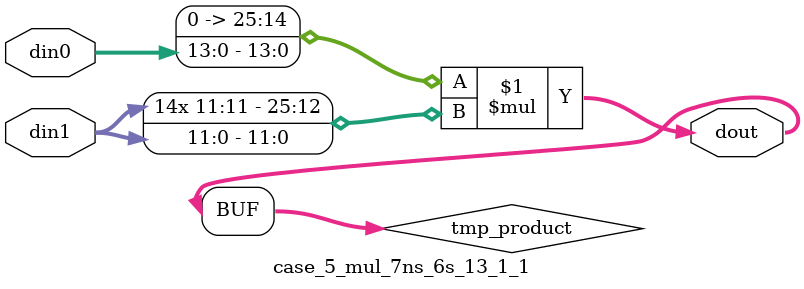
<source format=v>

`timescale 1 ns / 1 ps

 (* use_dsp = "no" *)  module case_5_mul_7ns_6s_13_1_1(din0, din1, dout);
parameter ID = 1;
parameter NUM_STAGE = 0;
parameter din0_WIDTH = 14;
parameter din1_WIDTH = 12;
parameter dout_WIDTH = 26;

input [din0_WIDTH - 1 : 0] din0; 
input [din1_WIDTH - 1 : 0] din1; 
output [dout_WIDTH - 1 : 0] dout;

wire signed [dout_WIDTH - 1 : 0] tmp_product;

























assign tmp_product = $signed({1'b0, din0}) * $signed(din1);










assign dout = tmp_product;





















endmodule

</source>
